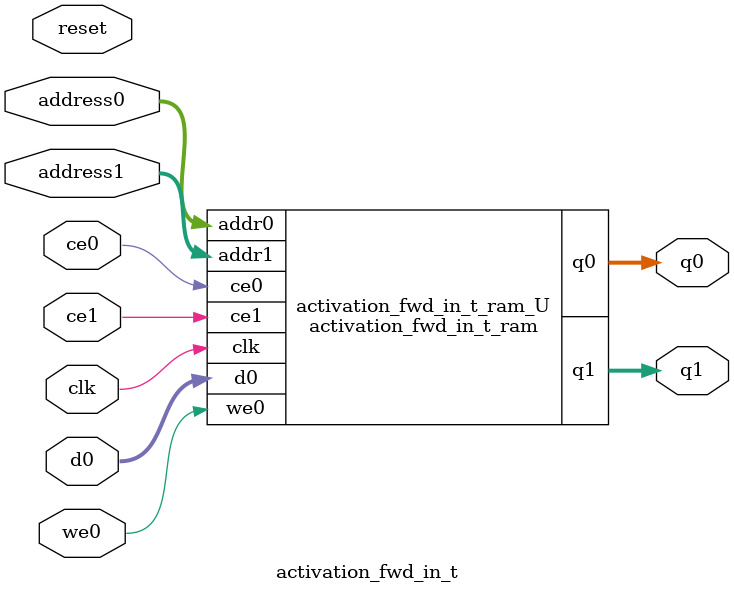
<source format=v>
`timescale 1 ns / 1 ps
module activation_fwd_in_t_ram (addr0, ce0, d0, we0, q0, addr1, ce1, q1,  clk);

parameter DWIDTH = 32;
parameter AWIDTH = 7;
parameter MEM_SIZE = 100;

input[AWIDTH-1:0] addr0;
input ce0;
input[DWIDTH-1:0] d0;
input we0;
output reg[DWIDTH-1:0] q0;
input[AWIDTH-1:0] addr1;
input ce1;
output reg[DWIDTH-1:0] q1;
input clk;

reg [DWIDTH-1:0] ram0[0:MEM_SIZE-1];



always @(posedge clk)  
begin 
    if (ce0) begin
        if (we0) 
            ram0[addr0] <= d0; 
        q0 <= ram0[addr0];
    end
end


always @(posedge clk)  
begin 
    if (ce1) begin
        q1 <= ram0[addr1];
    end
end


endmodule

`timescale 1 ns / 1 ps
module activation_fwd_in_t(
    reset,
    clk,
    address0,
    ce0,
    we0,
    d0,
    q0,
    address1,
    ce1,
    q1);

parameter DataWidth = 32'd32;
parameter AddressRange = 32'd100;
parameter AddressWidth = 32'd7;
input reset;
input clk;
input[AddressWidth - 1:0] address0;
input ce0;
input we0;
input[DataWidth - 1:0] d0;
output[DataWidth - 1:0] q0;
input[AddressWidth - 1:0] address1;
input ce1;
output[DataWidth - 1:0] q1;



activation_fwd_in_t_ram activation_fwd_in_t_ram_U(
    .clk( clk ),
    .addr0( address0 ),
    .ce0( ce0 ),
    .we0( we0 ),
    .d0( d0 ),
    .q0( q0 ),
    .addr1( address1 ),
    .ce1( ce1 ),
    .q1( q1 ));

endmodule


</source>
